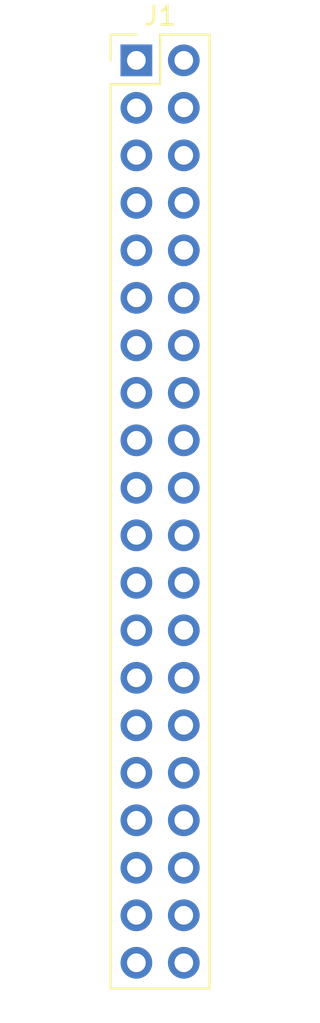
<source format=kicad_pcb>
(kicad_pcb (version 20241229) (generator "pcbnew") (generator_version "9.0")
  (layers (0 "F.Cu" signal) (2 "B.Cu" signal) (13 "F.Paste" user) (15 "B.Paste" user) (5 "F.SilkS" user "F.Silkscreen") (7 "B.SilkS" user "B.Silkscreen") (1 "F.Mask" user) (3 "B.Mask" user) (25 "Edge.Cuts" user))
  (net 0 "")
  (footprint "Connector_PinHeader_2.54mm:PinHeader_2x20_P2.54mm_Vertical" (layer "F.Cu") (at 143.764 64.262)
    (property "Reference" "J1" (at 1.27 -2.38 0) (layer "F.SilkS"))
    (property "Value" "Conn_02x20_Odd_Even")
    (fp_line (start -1.38 -1.38) (end 0 -1.38) (stroke (width 0.12)) (layer "F.SilkS"))
    (fp_line (start -1.38 0) (end -1.38 -1.38) (stroke (width 0.12)) (layer "F.SilkS"))
    (fp_line (start -1.38 1.27) (end -1.38 49.64) (stroke (width 0.12)) (layer "F.SilkS"))
    (fp_line (start -1.38 1.27) (end 1.27 1.27) (stroke (width 0.12)) (layer "F.SilkS"))
    (fp_line (start -1.38 49.64) (end 3.92 49.64) (stroke (width 0.12)) (layer "F.SilkS"))
    (fp_line (start 1.27 -1.38) (end 3.92 -1.38) (stroke (width 0.12)) (layer "F.SilkS"))
    (fp_line (start 1.27 1.27) (end 1.27 -1.38) (stroke (width 0.12)) (layer "F.SilkS"))
    (fp_line (start 3.92 -1.38) (end 3.92 49.64) (stroke (width 0.12)) (layer "F.SilkS"))
    (pad "1" thru_hole rect (at 0 0) (size 1.7 1.7) (drill 1) (layers "*.Cu" "*.Mask"))
    (pad "2" thru_hole circle (at 2.54 0) (size 1.7 1.7) (drill 1) (layers "*.Cu" "*.Mask"))
    (pad "3" thru_hole circle (at 0 2.54) (size 1.7 1.7) (drill 1) (layers "*.Cu" "*.Mask"))
    (pad "4" thru_hole circle (at 2.54 2.54) (size 1.7 1.7) (drill 1) (layers "*.Cu" "*.Mask"))
    (pad "5" thru_hole circle (at 0 5.08) (size 1.7 1.7) (drill 1) (layers "*.Cu" "*.Mask"))
    (pad "6" thru_hole circle (at 2.54 5.08) (size 1.7 1.7) (drill 1) (layers "*.Cu" "*.Mask"))
    (pad "7" thru_hole circle (at 0 7.62) (size 1.7 1.7) (drill 1) (layers "*.Cu" "*.Mask"))
    (pad "8" thru_hole circle (at 2.54 7.62) (size 1.7 1.7) (drill 1) (layers "*.Cu" "*.Mask"))
    (pad "9" thru_hole circle (at 0 10.16) (size 1.7 1.7) (drill 1) (layers "*.Cu" "*.Mask"))
    (pad "10" thru_hole circle (at 2.54 10.16) (size 1.7 1.7) (drill 1) (layers "*.Cu" "*.Mask"))
    (pad "11" thru_hole circle (at 0 12.7) (size 1.7 1.7) (drill 1) (layers "*.Cu" "*.Mask"))
    (pad "12" thru_hole circle (at 2.54 12.7) (size 1.7 1.7) (drill 1) (layers "*.Cu" "*.Mask"))
    (pad "13" thru_hole circle (at 0 15.24) (size 1.7 1.7) (drill 1) (layers "*.Cu" "*.Mask"))
    (pad "14" thru_hole circle (at 2.54 15.24) (size 1.7 1.7) (drill 1) (layers "*.Cu" "*.Mask"))
    (pad "15" thru_hole circle (at 0 17.78) (size 1.7 1.7) (drill 1) (layers "*.Cu" "*.Mask"))
    (pad "16" thru_hole circle (at 2.54 17.78) (size 1.7 1.7) (drill 1) (layers "*.Cu" "*.Mask"))
    (pad "17" thru_hole circle (at 0 20.32) (size 1.7 1.7) (drill 1) (layers "*.Cu" "*.Mask"))
    (pad "18" thru_hole circle (at 2.54 20.32) (size 1.7 1.7) (drill 1) (layers "*.Cu" "*.Mask"))
    (pad "19" thru_hole circle (at 0 22.86) (size 1.7 1.7) (drill 1) (layers "*.Cu" "*.Mask"))
    (pad "20" thru_hole circle (at 2.54 22.86) (size 1.7 1.7) (drill 1) (layers "*.Cu" "*.Mask"))
    (pad "21" thru_hole circle (at 0 25.4) (size 1.7 1.7) (drill 1) (layers "*.Cu" "*.Mask"))
    (pad "22" thru_hole circle (at 2.54 25.4) (size 1.7 1.7) (drill 1) (layers "*.Cu" "*.Mask"))
    (pad "23" thru_hole circle (at 0 27.94) (size 1.7 1.7) (drill 1) (layers "*.Cu" "*.Mask"))
    (pad "24" thru_hole circle (at 2.54 27.94) (size 1.7 1.7) (drill 1) (layers "*.Cu" "*.Mask"))
    (pad "25" thru_hole circle (at 0 30.48) (size 1.7 1.7) (drill 1) (layers "*.Cu" "*.Mask"))
    (pad "26" thru_hole circle (at 2.54 30.48) (size 1.7 1.7) (drill 1) (layers "*.Cu" "*.Mask"))
    (pad "27" thru_hole circle (at 0 33.02) (size 1.7 1.7) (drill 1) (layers "*.Cu" "*.Mask"))
    (pad "28" thru_hole circle (at 2.54 33.02) (size 1.7 1.7) (drill 1) (layers "*.Cu" "*.Mask"))
    (pad "29" thru_hole circle (at 0 35.56) (size 1.7 1.7) (drill 1) (layers "*.Cu" "*.Mask"))
    (pad "30" thru_hole circle (at 2.54 35.56) (size 1.7 1.7) (drill 1) (layers "*.Cu" "*.Mask"))
    (pad "31" thru_hole circle (at 0 38.1) (size 1.7 1.7) (drill 1) (layers "*.Cu" "*.Mask"))
    (pad "32" thru_hole circle (at 2.54 38.1) (size 1.7 1.7) (drill 1) (layers "*.Cu" "*.Mask"))
    (pad "33" thru_hole circle (at 0 40.64) (size 1.7 1.7) (drill 1) (layers "*.Cu" "*.Mask"))
    (pad "34" thru_hole circle (at 2.54 40.64) (size 1.7 1.7) (drill 1) (layers "*.Cu" "*.Mask"))
    (pad "35" thru_hole circle (at 0 43.18) (size 1.7 1.7) (drill 1) (layers "*.Cu" "*.Mask"))
    (pad "36" thru_hole circle (at 2.54 43.18) (size 1.7 1.7) (drill 1) (layers "*.Cu" "*.Mask"))
    (pad "37" thru_hole circle (at 0 45.72) (size 1.7 1.7) (drill 1) (layers "*.Cu" "*.Mask"))
    (pad "38" thru_hole circle (at 2.54 45.72) (size 1.7 1.7) (drill 1) (layers "*.Cu" "*.Mask"))
    (pad "39" thru_hole circle (at 0 48.26) (size 1.7 1.7) (drill 1) (layers "*.Cu" "*.Mask"))
    (pad "40" thru_hole circle (at 2.54 48.26) (size 1.7 1.7) (drill 1) (layers "*.Cu" "*.Mask"))
  )
)
</source>
